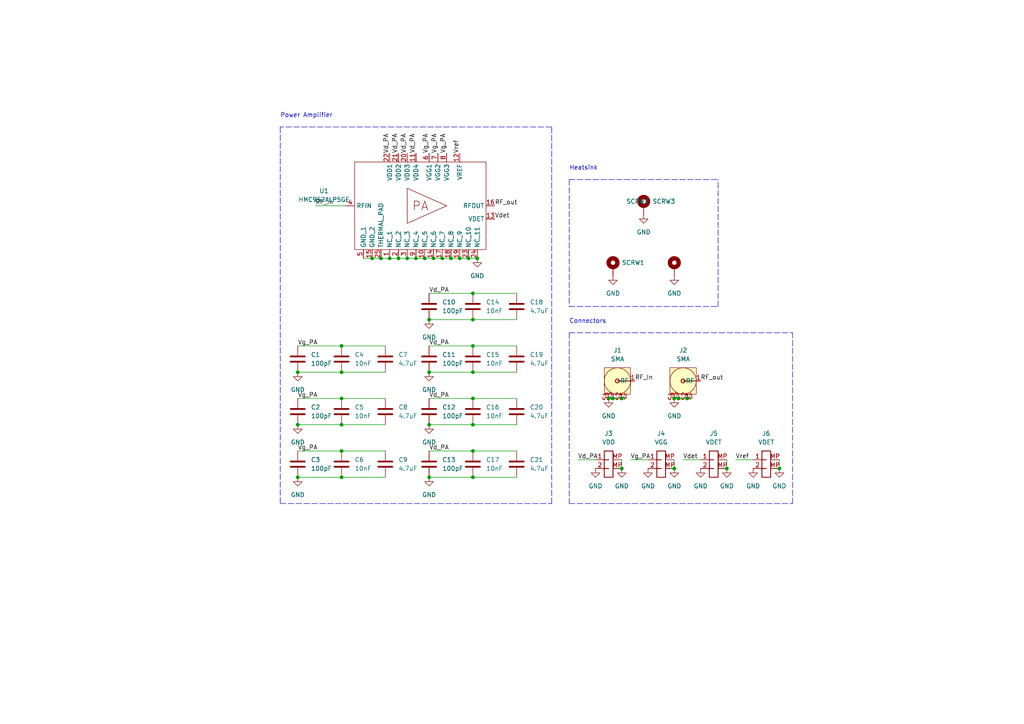
<source format=kicad_sch>
(kicad_sch (version 20211123) (generator eeschema)
  (paper "A4")
  (lib_symbols
    (symbol "Device:C" (pin_numbers hide) (pin_names (offset 0.254))
      (property "Reference" "C" (at 0.635 2.54 0))
      (property "Value" "C" (at 0.635 -2.54 0))
      (symbol "C_0_1"
        (polyline (pts (xy -2.032 -0.762) (xy 2.032 -0.762)) (stroke (width 0.508)))
        (polyline (pts (xy -2.032 0.762) (xy 2.032 0.762)) (stroke (width 0.508)))
      )
      (symbol "C_1_1"
        (pin passive line (at 0 3.81 270) (length 2.794) (name "~") (number "1"))
        (pin passive line (at 0 -3.81 90) (length 2.794) (name "~") (number "2"))
      )
    )
    (symbol "GGS_Connectors:Picoblade_2x1_H"
      (property "Reference" "12V1" (at 0 15.24 0))
      (property "Value" "MOLEX_52610271" (at 0 12.7 0))
      (symbol "Picoblade_2x1_H_0_1"
        (polyline (pts (xy 0 5.08) (xy -1.27 5.08)) (stroke (width 0.254)))
        (polyline (pts (xy 0 7.62) (xy -1.27 7.62)) (stroke (width 0.254)))
      )
      (symbol "Picoblade_2x1_H_1_0"
        (polyline (pts (xy -1.27 10.16) (xy 1.27 10.16) (xy 1.27 2.54) (xy -1.27 2.54) (xy -1.27 10.16)) (stroke (width 0.254)))
        (pin passive line (at -3.81 7.62 0) (length 2.54) (name "1") (number "1"))
        (pin passive line (at -3.81 5.08 0) (length 2.54) (name "2") (number "2"))
        (pin passive line (at 3.81 7.62 180) (length 2.54) (name "MH1") (number "MP"))
        (pin passive line (at 3.81 5.08 180) (length 2.54) (name "MH2") (number "MP"))
      )
    )
    (symbol "GGS_Connectors:SMA"
      (property "Reference" "J" (at 2.54 15.24 0))
      (property "Value" "SMA" (at 3.81 12.7 0))
      (symbol "SMA_0_1"
        (polyline (pts (xy 6.35 6.35) (xy 2.54 6.35)) (stroke (width 0.254)))
        (rectangle (start 2.54 10.16) (end 10.16 2.54) (fill (type background)))
        (circle (center 6.35 6.35) (radius 0.568) (stroke (width 0.254)))
        (circle (center 6.35 6.35) (radius 3.81))
      )
      (symbol "SMA_1_1"
        (pin bidirectional line (at 1.27 6.35 0) (length 1.27) (name "RF") (number "1"))
        (pin power_in line (at 3.81 1.27 90) (length 1.27) (name "") (number "S1"))
        (pin power_in line (at 5.08 1.27 90) (length 1.27) (name "") (number "S2"))
        (pin power_in line (at 7.62 1.27 90) (length 1.27) (name "") (number "S3"))
        (pin power_in line (at 8.89 1.27 90) (length 1.27) (name "") (number "S4"))
      )
    )
    (symbol "GGS_RF:HMC952ALP5GE"
      (property "Reference" "U" (at 0 0 0))
      (property "Value" "HMC952ALP5GE" (at 0 0 0))
      (symbol "HMC952ALP5GE_0_0"
        (rectangle (start -11.43 31.75) (end 26.67 6.35))
        (polyline (pts (xy 3.81 24.13) (xy 3.81 13.97) (xy 15.24 19.05) (xy 3.81 24.13)))
        (text "PA" (at 7.62 19.05 0) (effects (font (size 2.54 2.54))))
        (pin passive line (at -1.27 3.81 90) (length 2.54) (name "NC_1") (number "1"))
        (pin passive line (at 8.89 3.81 90) (length 2.54) (name "NC_5") (number "10"))
        (pin passive line (at 6.35 34.29 270) (length 2.54) (name "VDD4") (number "11"))
        (pin passive line (at 19.05 34.29 270) (length 2.54) (name "VREF") (number "12"))
        (pin passive line (at 29.21 15.24 180) (length 2.54) (name "VDET") (number "13"))
        (pin passive line (at 11.43 3.81 90) (length 2.54) (name "NC_6") (number "14"))
        (pin passive line (at -6.35 3.81 90) (length 2.54) (name "GND_2") (number "15"))
        (pin passive line (at 29.21 19.05 180) (length 2.54) (name "RFOUT") (number "16"))
        (pin passive line (at 13.97 3.81 90) (length 2.54) (name "NC_7") (number "17"))
        (pin passive line (at 16.51 3.81 90) (length 2.54) (name "NC_8") (number "18"))
        (pin passive line (at 19.05 3.81 90) (length 2.54) (name "NC_9") (number "19"))
        (pin passive line (at 1.27 3.81 90) (length 2.54) (name "NC_2") (number "2"))
        (pin passive line (at 3.81 34.29 270) (length 2.54) (name "VDD3") (number "20"))
        (pin passive line (at 1.27 34.29 270) (length 2.54) (name "VDD2") (number "21"))
        (pin passive line (at -1.27 34.29 270) (length 2.54) (name "VDD1") (number "22"))
        (pin passive line (at 21.59 3.81 90) (length 2.54) (name "NC_10") (number "23"))
        (pin passive line (at 24.13 3.81 90) (length 2.54) (name "NC_11") (number "24"))
        (pin passive line (at -3.81 3.81 90) (length 2.54) (name "THERMAL_PAD") (number "25"))
        (pin passive line (at 3.81 3.81 90) (length 2.54) (name "NC_3") (number "3"))
        (pin passive line (at -13.97 19.05 0) (length 2.54) (name "RFIN") (number "4"))
        (pin passive line (at -8.89 3.81 90) (length 2.54) (name "GND_1") (number "5"))
        (pin passive line (at 10.16 34.29 270) (length 2.54) (name "VGG1") (number "6"))
        (pin passive line (at 12.7 34.29 270) (length 2.54) (name "VGG2") (number "7"))
        (pin passive line (at 15.24 34.29 270) (length 2.54) (name "VGG3") (number "8"))
        (pin passive line (at 6.35 3.81 90) (length 2.54) (name "NC_4") (number "9"))
      )
    )
    (symbol "Mechanical:MountingHole_Pad" (pin_numbers hide) (pin_names (offset 1.016) hide)
      (property "Reference" "H" (at 0 6.35 0))
      (property "Value" "MountingHole_Pad" (at 0 4.445 0))
      (symbol "MountingHole_Pad_0_1"
        (circle (center 0 1.27) (radius 1.27) (stroke (width 1.27)))
      )
      (symbol "MountingHole_Pad_1_1"
        (pin input line (at 0 -2.54 90) (length 2.54) (name "1") (number "1"))
      )
    )
    (symbol "power:GND" (power) (pin_names (offset 0))
      (property "Value" "GND" (at 0 -3.81 0))
      (symbol "GND_0_1"
        (polyline (pts (xy 0 0) (xy 0 -1.27) (xy 1.27 -1.27) (xy 0 -2.54) (xy -1.27 -1.27) (xy 0 -1.27)))
      )
      (symbol "GND_1_1"
        (pin power_in line (at 0 0 270) (length 0) hide (name "GND") (number "1"))
      )
    )
  )
  (junction (at 123.19 74.93))
  (junction (at 118.11 74.93))
  (junction (at 86.36 138.43))
  (junction (at 99.06 107.95))
  (junction (at 176.53 115.57))
  (junction (at 113.03 74.93))
  (junction (at 199.39 115.57))
  (junction (at 210.82 135.89))
  (junction (at 124.46 138.43))
  (junction (at 195.58 135.89))
  (junction (at 86.36 123.19))
  (junction (at 128.27 74.93))
  (junction (at 99.06 115.57))
  (junction (at 99.06 123.19))
  (junction (at 135.89 74.93))
  (junction (at 180.34 115.57))
  (junction (at 137.16 123.19))
  (junction (at 110.49 74.93))
  (junction (at 107.95 74.93))
  (junction (at 86.36 107.95))
  (junction (at 137.16 92.71))
  (junction (at 99.06 138.43))
  (junction (at 137.16 115.57))
  (junction (at 124.46 107.95))
  (junction (at 137.16 138.43))
  (junction (at 124.46 92.71))
  (junction (at 124.46 123.19))
  (junction (at 177.8 115.57))
  (junction (at 120.65 74.93))
  (junction (at 133.35 74.93))
  (junction (at 137.16 107.95))
  (junction (at 99.06 130.81))
  (junction (at 137.16 100.33))
  (junction (at 99.06 100.33))
  (junction (at 137.16 130.81))
  (junction (at 115.57 74.93))
  (junction (at 125.73 74.93))
  (junction (at 138.43 74.93))
  (junction (at 180.34 135.89))
  (junction (at 195.58 115.57))
  (junction (at 130.81 74.93))
  (junction (at 137.16 85.09))
  (junction (at 226.06 135.89))
  (junction (at 196.85 115.57))
  (wire (pts (xy 133.35 74.93) (xy 135.89 74.93)))
  (wire (pts (xy 86.36 123.19) (xy 99.06 123.19)))
  (wire (pts (xy 99.06 123.19) (xy 111.76 123.19)))
  (polyline (pts (xy 165.1 96.52) (xy 229.87 96.52)))
  (polyline (pts (xy 165.1 96.52) (xy 165.1 146.05)))
  (wire (pts (xy 91.44 59.69) (xy 100.33 59.69)))
  (polyline (pts (xy 160.02 36.83) (xy 81.28 36.83)))
  (wire (pts (xy 177.8 115.57) (xy 180.34 115.57)))
  (wire (pts (xy 124.46 92.71) (xy 137.16 92.71)))
  (polyline (pts (xy 208.28 88.9) (xy 208.28 52.07)))
  (wire (pts (xy 130.81 74.93) (xy 133.35 74.93)))
  (wire (pts (xy 124.46 138.43) (xy 137.16 138.43)))
  (wire (pts (xy 124.46 130.81) (xy 137.16 130.81)))
  (wire (pts (xy 124.46 100.33) (xy 137.16 100.33)))
  (wire (pts (xy 137.16 92.71) (xy 149.86 92.71)))
  (wire (pts (xy 113.03 74.93) (xy 115.57 74.93)))
  (wire (pts (xy 135.89 74.93) (xy 138.43 74.93)))
  (wire (pts (xy 167.64 133.35) (xy 172.72 133.35)))
  (wire (pts (xy 198.12 133.35) (xy 203.2 133.35)))
  (polyline (pts (xy 165.1 88.9) (xy 208.28 88.9)))
  (wire (pts (xy 213.36 133.35) (xy 218.44 133.35)))
  (wire (pts (xy 99.06 115.57) (xy 111.76 115.57)))
  (wire (pts (xy 99.06 138.43) (xy 111.76 138.43)))
  (wire (pts (xy 199.39 115.57) (xy 200.66 115.57)))
  (polyline (pts (xy 81.28 36.83) (xy 81.28 146.05)))
  (wire (pts (xy 124.46 123.19) (xy 137.16 123.19)))
  (wire (pts (xy 210.82 133.35) (xy 210.82 135.89)))
  (wire (pts (xy 180.34 115.57) (xy 181.61 115.57)))
  (wire (pts (xy 86.36 107.95) (xy 99.06 107.95)))
  (wire (pts (xy 107.95 74.93) (xy 110.49 74.93)))
  (wire (pts (xy 137.16 123.19) (xy 149.86 123.19)))
  (wire (pts (xy 118.11 74.93) (xy 120.65 74.93)))
  (wire (pts (xy 124.46 85.09) (xy 137.16 85.09)))
  (wire (pts (xy 120.65 74.93) (xy 123.19 74.93)))
  (wire (pts (xy 137.16 115.57) (xy 149.86 115.57)))
  (wire (pts (xy 115.57 74.93) (xy 118.11 74.93)))
  (polyline (pts (xy 165.1 52.07) (xy 165.1 88.9)))
  (wire (pts (xy 137.16 138.43) (xy 149.86 138.43)))
  (wire (pts (xy 86.36 138.43) (xy 99.06 138.43)))
  (polyline (pts (xy 160.02 146.05) (xy 160.02 36.83)))
  (polyline (pts (xy 165.1 146.05) (xy 229.87 146.05)))
  (wire (pts (xy 125.73 74.93) (xy 128.27 74.93)))
  (wire (pts (xy 99.06 130.81) (xy 111.76 130.81)))
  (wire (pts (xy 99.06 107.95) (xy 111.76 107.95)))
  (wire (pts (xy 128.27 74.93) (xy 130.81 74.93)))
  (wire (pts (xy 137.16 100.33) (xy 149.86 100.33)))
  (wire (pts (xy 86.36 100.33) (xy 99.06 100.33)))
  (wire (pts (xy 124.46 115.57) (xy 137.16 115.57)))
  (wire (pts (xy 137.16 130.81) (xy 149.86 130.81)))
  (wire (pts (xy 196.85 115.57) (xy 199.39 115.57)))
  (polyline (pts (xy 165.1 52.07) (xy 208.28 52.07)))
  (polyline (pts (xy 229.87 146.05) (xy 229.87 96.52)))
  (wire (pts (xy 195.58 115.57) (xy 196.85 115.57)))
  (wire (pts (xy 226.06 133.35) (xy 226.06 135.89)))
  (wire (pts (xy 86.36 130.81) (xy 99.06 130.81)))
  (wire (pts (xy 99.06 100.33) (xy 111.76 100.33)))
  (wire (pts (xy 124.46 107.95) (xy 137.16 107.95)))
  (wire (pts (xy 137.16 107.95) (xy 149.86 107.95)))
  (wire (pts (xy 137.16 85.09) (xy 149.86 85.09)))
  (wire (pts (xy 123.19 74.93) (xy 125.73 74.93)))
  (wire (pts (xy 86.36 115.57) (xy 99.06 115.57)))
  (polyline (pts (xy 81.28 146.05) (xy 160.02 146.05)))
  (wire (pts (xy 182.88 133.35) (xy 187.96 133.35)))
  (wire (pts (xy 176.53 115.57) (xy 177.8 115.57)))
  (wire (pts (xy 180.34 133.35) (xy 180.34 135.89)))
  (wire (pts (xy 195.58 133.35) (xy 195.58 135.89)))
  (wire (pts (xy 105.41 74.93) (xy 107.95 74.93)))
  (wire (pts (xy 110.49 74.93) (xy 113.03 74.93)))
  (text "Connectors" (at 165.1 93.98 0) (effects (font (size 1.27 1.27)) (justify left bottom)))
  (text "Power Amplifier" (at 81.28 34.29 0) (effects (font (size 1.27 1.27)) (justify left bottom)))
  (text "Heatsink" (at 165.1 49.53 0) (effects (font (size 1.27 1.27)) (justify left bottom)))
  (label "Vd_PA" (at 113.03 44.45 90))
  (label "Vd_PA" (at 118.11 44.45 90))
  (label "Vg_PA" (at 86.36 130.81 0))
  (label "RF_out" (at 143.51 59.69 0))
  (label "Vd_PA" (at 124.46 130.81 0))
  (label "RF_In" (at 91.44 59.69 0))
  (label "Vg_PA" (at 182.88 133.35 0))
  (label "Vd_PA" (at 124.46 85.09 0))
  (label "RF_In" (at 184.15 110.49 0))
  (label "RF_out" (at 203.2 110.49 0))
  (label "Vg_PA" (at 127 44.45 90))
  (label "Vdet" (at 143.51 63.5 0))
  (label "Vg_PA" (at 124.46 44.45 90))
  (label "Vg_PA" (at 129.54 44.45 90))
  (label "Vg_PA" (at 86.36 100.33 0))
  (label "Vdet" (at 198.12 133.35 0))
  (label "Vd_PA" (at 167.64 133.35 0))
  (label "Vg_PA" (at 86.36 115.57 0))
  (label "Vd_PA" (at 115.57 44.45 90))
  (label "Vref" (at 133.35 44.45 90))
  (label "Vd_PA" (at 120.65 44.45 90))
  (label "Vd_PA" (at 124.46 115.57 0))
  (label "Vref" (at 213.36 133.35 0))
  (label "Vd_PA" (at 124.46 100.33 0))
  (symbol (lib_id "power:GND") (at 195.58 135.89 0) (unit 1)
    (property "Reference" "#PWR017" (effects hide))
    (property "Value" "GND" (at 195.58 140.97 0))
  )
  (symbol (lib_id "Device:C") (at 137.16 104.14 180) (unit 1)
    (property "Reference" "C15" (at 140.97 102.8699 0) (effects (justify right)))
    (property "Value" "10nF" (at 140.97 105.4099 0) (effects (justify right)))
    (property "Footprint" "Capacitor_SMD:C_0603_1608Metric" (effects hide))
  )
  (symbol (lib_id "Device:C") (at 99.06 104.14 180) (unit 1)
    (property "Reference" "C4" (at 102.87 102.8699 0) (effects (justify right)))
    (property "Value" "10nF" (at 102.87 105.4099 0) (effects (justify right)))
    (property "Footprint" "Capacitor_SMD:C_0603_1608Metric" (effects hide))
  )
  (symbol (lib_id "Device:C") (at 99.06 134.62 180) (unit 1)
    (property "Reference" "C6" (at 102.87 133.3499 0) (effects (justify right)))
    (property "Value" "10nF" (at 102.87 135.8899 0) (effects (justify right)))
    (property "Footprint" "Capacitor_SMD:C_0603_1608Metric" (effects hide))
  )
  (symbol (lib_id "Device:C") (at 149.86 134.62 180) (unit 1)
    (property "Reference" "C21" (at 153.67 133.3499 0) (effects (justify right)))
    (property "Value" "4.7uF" (at 153.67 135.8899 0) (effects (justify right)))
    (property "Footprint" "Capacitor_SMD:C_0805_2012Metric" (effects hide))
  )
  (symbol (lib_id "Mechanical:MountingHole_Pad") (at 186.69 59.69 0) (unit 1)
    (property "Reference" "SCRW3" (at 189.23 58.4199 0) (effects (justify left)))
    (property "Value" "MountingHole_Pad" (effects hide))
    (property "Footprint" "MountingHole:MountingHole_2.7mm_M2.5_ISO14580" (effects hide))
  )
  (symbol (lib_id "Device:C") (at 149.86 119.38 180) (unit 1)
    (property "Reference" "C20" (at 153.67 118.1099 0) (effects (justify right)))
    (property "Value" "4.7uF" (at 153.67 120.6499 0) (effects (justify right)))
    (property "Footprint" "Capacitor_SMD:C_0805_2012Metric" (effects hide))
  )
  (symbol (lib_id "Device:C") (at 111.76 119.38 180) (unit 1)
    (property "Reference" "C8" (at 115.57 118.1099 0) (effects (justify right)))
    (property "Value" "4.7uF" (at 115.57 120.6499 0) (effects (justify right)))
    (property "Footprint" "Capacitor_SMD:C_0805_2012Metric" (effects hide))
  )
  (symbol (lib_id "Device:C") (at 149.86 88.9 180) (unit 1)
    (property "Reference" "C18" (at 153.67 87.6299 0) (effects (justify right)))
    (property "Value" "4.7uF" (at 153.67 90.1699 0) (effects (justify right)))
    (property "Footprint" "Capacitor_SMD:C_0805_2012Metric" (effects hide))
  )
  (symbol (lib_id "power:GND") (at 86.36 107.95 0) (unit 1)
    (property "Reference" "#PWR01" (effects hide))
    (property "Value" "GND" (at 86.36 113.03 0))
  )
  (symbol (lib_id "Device:C") (at 124.46 88.9 180) (unit 1)
    (property "Reference" "C10" (at 128.27 87.6299 0) (effects (justify right)))
    (property "Value" "100pF" (at 128.27 90.1699 0) (effects (justify right)))
    (property "Footprint" "Capacitor_SMD:C_0402_1005Metric" (effects hide))
  )
  (symbol (lib_id "Device:C") (at 137.16 119.38 180) (unit 1)
    (property "Reference" "C16" (at 140.97 118.1099 0) (effects (justify right)))
    (property "Value" "10nF" (at 140.97 120.6499 0) (effects (justify right)))
    (property "Footprint" "Capacitor_SMD:C_0603_1608Metric" (effects hide))
  )
  (symbol (lib_id "Device:C") (at 137.16 88.9 180) (unit 1)
    (property "Reference" "C14" (at 140.97 87.6299 0) (effects (justify right)))
    (property "Value" "10nF" (at 140.97 90.1699 0) (effects (justify right)))
    (property "Footprint" "Capacitor_SMD:C_0603_1608Metric" (effects hide))
  )
  (symbol (lib_id "power:GND") (at 203.2 135.89 0) (unit 1)
    (property "Reference" "#PWR018" (effects hide))
    (property "Value" "GND" (at 203.2 140.97 0))
  )
  (symbol (lib_id "power:GND") (at 226.06 135.89 0) (unit 1)
    (property "Reference" "#PWR?" (effects hide))
    (property "Value" "GND" (at 226.06 140.97 0))
  )
  (symbol (lib_id "Device:C") (at 111.76 104.14 180) (unit 1)
    (property "Reference" "C7" (at 115.57 102.8699 0) (effects (justify right)))
    (property "Value" "4.7uF" (at 115.57 105.4099 0) (effects (justify right)))
    (property "Footprint" "Capacitor_SMD:C_0805_2012Metric" (effects hide))
  )
  (symbol (lib_id "power:GND") (at 210.82 135.89 0) (unit 1)
    (property "Reference" "#PWR019" (effects hide))
    (property "Value" "GND" (at 210.82 140.97 0))
  )
  (symbol (lib_id "GGS_Connectors:SMA") (at 204.47 116.84 0) (mirror y) (unit 1)
    (property "Reference" "J2" (at 198.1835 101.6 0))
    (property "Value" "SMA" (at 198.1835 104.14 0))
    (property "Footprint" "GGS_Connectors:LINX_CONSMA020.062-G" (effects hide))
  )
  (symbol (lib_id "GGS_RF:HMC952ALP5GE") (at 114.3 78.74 0) (unit 1)
    (property "Reference" "U1" (at 93.98 55.3593 0))
    (property "Value" "HMC952ALP5GE" (at 93.98 57.8993 0))
    (property "Footprint" "SamacSys_Footprints:QFN65P500X500X100-25N-D" (effects hide))
    (property "Datasheet" "http://www.analog.com/media/en/technical-documentation/data-sheets/HMC952A.pdf" (effects hide))
    (property "Description" "RF Amplifier 9-13.3GHz 2W POWER AMPLIFIER" (effects hide))
    (property "Height" "1" (effects hide))
    (property "Mouser Part Number" "584-HMC952ALP5GE" (effects hide))
    (property "Mouser Price/Stock" "https://www.mouser.co.uk/ProductDetail/Analog-Devices/HMC952ALP5GE?qs=JeIcUl65ClAgGw6K1kqpbg%3D%3D" (effects hide))
    (property "Manufacturer_Name" "Analog Devices" (effects hide))
    (property "Manufacturer_Part_Number" "HMC952ALP5GE" (effects hide))
  )
  (symbol (lib_id "power:GND") (at 86.36 123.19 0) (unit 1)
    (property "Reference" "#PWR02" (effects hide))
    (property "Value" "GND" (at 86.36 128.27 0))
  )
  (symbol (lib_id "power:GND") (at 195.58 80.01 0) (unit 1)
    (property "Reference" "#PWR011" (effects hide))
    (property "Value" "GND" (at 195.58 85.09 0))
  )
  (symbol (lib_id "power:GND") (at 124.46 107.95 0) (unit 1)
    (property "Reference" "#PWR05" (effects hide))
    (property "Value" "GND" (at 124.46 113.03 0))
  )
  (symbol (lib_id "GGS_Connectors:Picoblade_2x1_H") (at 222.25 140.97 0) (unit 1)
    (property "Reference" "J6" (at 222.25 125.73 0))
    (property "Value" "VDET" (at 222.25 128.27 0))
    (property "Footprint" "Connector_Molex:Molex_PicoBlade_53261-0271_1x02-1MP_P1.25mm_Horizontal" (effects hide))
    (property "SUPPLIER 1" "Farnell" (effects hide))
    (property "SUPPLIER PART NUMBER 1" "1125366" (effects hide))
  )
  (symbol (lib_id "Device:C") (at 86.36 134.62 180) (unit 1)
    (property "Reference" "C3" (at 90.17 133.3499 0) (effects (justify right)))
    (property "Value" "100pF" (at 90.17 135.8899 0) (effects (justify right)))
    (property "Footprint" "Capacitor_SMD:C_0402_1005Metric" (effects hide))
  )
  (symbol (lib_id "power:GND") (at 124.46 123.19 0) (unit 1)
    (property "Reference" "#PWR06" (effects hide))
    (property "Value" "GND" (at 124.46 128.27 0))
  )
  (symbol (lib_id "Device:C") (at 124.46 134.62 180) (unit 1)
    (property "Reference" "C13" (at 128.27 133.3499 0) (effects (justify right)))
    (property "Value" "100pF" (at 128.27 135.8899 0) (effects (justify right)))
    (property "Footprint" "Capacitor_SMD:C_0402_1005Metric" (effects hide))
  )
  (symbol (lib_id "power:GND") (at 172.72 135.89 0) (unit 1)
    (property "Reference" "#PWR014" (effects hide))
    (property "Value" "GND" (at 172.72 140.97 0))
  )
  (symbol (lib_id "GGS_Connectors:Picoblade_2x1_H") (at 176.53 140.97 0) (unit 1)
    (property "Reference" "J3" (at 176.53 125.73 0))
    (property "Value" "VDD" (at 176.53 128.27 0))
    (property "Footprint" "Connector_Molex:Molex_PicoBlade_53261-0271_1x02-1MP_P1.25mm_Horizontal" (effects hide))
    (property "SUPPLIER 1" "Farnell" (effects hide))
    (property "SUPPLIER PART NUMBER 1" "1125366" (effects hide))
  )
  (symbol (lib_id "power:GND") (at 186.69 62.23 0) (unit 1)
    (property "Reference" "#PWR013" (effects hide))
    (property "Value" "GND" (at 186.69 67.31 0))
  )
  (symbol (lib_id "Mechanical:MountingHole_Pad") (at 177.8 77.47 0) (unit 1)
    (property "Reference" "SCRW1" (at 180.34 76.1999 0) (effects (justify left)))
    (property "Value" "MountingHole_Pad" (effects hide))
    (property "Footprint" "MountingHole:MountingHole_2.7mm_M2.5_ISO14580" (effects hide))
  )
  (symbol (lib_id "power:GND") (at 86.36 138.43 0) (unit 1)
    (property "Reference" "#PWR03" (effects hide))
    (property "Value" "GND" (at 86.36 143.51 0))
  )
  (symbol (lib_id "Device:C") (at 86.36 104.14 180) (unit 1)
    (property "Reference" "C1" (at 90.17 102.8699 0) (effects (justify right)))
    (property "Value" "100pF" (at 90.17 105.4099 0) (effects (justify right)))
    (property "Footprint" "Capacitor_SMD:C_0402_1005Metric" (effects hide))
  )
  (symbol (lib_id "Device:C") (at 137.16 134.62 180) (unit 1)
    (property "Reference" "C17" (at 140.97 133.3499 0) (effects (justify right)))
    (property "Value" "10nF" (at 140.97 135.8899 0) (effects (justify right)))
    (property "Footprint" "Capacitor_SMD:C_0603_1608Metric" (effects hide))
  )
  (symbol (lib_id "power:GND") (at 124.46 138.43 0) (unit 1)
    (property "Reference" "#PWR07" (effects hide))
    (property "Value" "GND" (at 124.46 143.51 0))
  )
  (symbol (lib_id "power:GND") (at 177.8 80.01 0) (unit 1)
    (property "Reference" "#PWR09" (effects hide))
    (property "Value" "GND" (at 177.8 85.09 0))
  )
  (symbol (lib_id "power:GND") (at 180.34 135.89 0) (unit 1)
    (property "Reference" "#PWR015" (effects hide))
    (property "Value" "GND" (at 180.34 140.97 0))
  )
  (symbol (lib_id "Device:C") (at 124.46 104.14 180) (unit 1)
    (property "Reference" "C11" (at 128.27 102.8699 0) (effects (justify right)))
    (property "Value" "100pF" (at 128.27 105.4099 0) (effects (justify right)))
    (property "Footprint" "Capacitor_SMD:C_0402_1005Metric" (effects hide))
  )
  (symbol (lib_id "Device:C") (at 149.86 104.14 180) (unit 1)
    (property "Reference" "C19" (at 153.67 102.8699 0) (effects (justify right)))
    (property "Value" "4.7uF" (at 153.67 105.4099 0) (effects (justify right)))
    (property "Footprint" "Capacitor_SMD:C_0805_2012Metric" (effects hide))
  )
  (symbol (lib_id "power:GND") (at 187.96 135.89 0) (unit 1)
    (property "Reference" "#PWR016" (effects hide))
    (property "Value" "GND" (at 187.96 140.97 0))
  )
  (symbol (lib_id "Device:C") (at 86.36 119.38 180) (unit 1)
    (property "Reference" "C2" (at 90.17 118.1099 0) (effects (justify right)))
    (property "Value" "100pF" (at 90.17 120.6499 0) (effects (justify right)))
    (property "Footprint" "Capacitor_SMD:C_0402_1005Metric" (effects hide))
  )
  (symbol (lib_id "Device:C") (at 124.46 119.38 180) (unit 1)
    (property "Reference" "C12" (at 128.27 118.1099 0) (effects (justify right)))
    (property "Value" "100pF" (at 128.27 120.6499 0) (effects (justify right)))
    (property "Footprint" "Capacitor_SMD:C_0402_1005Metric" (effects hide))
  )
  (symbol (lib_id "power:GND") (at 176.53 115.57 0) (unit 1)
    (property "Reference" "#PWR010" (effects hide))
    (property "Value" "GND" (at 176.53 120.65 0))
  )
  (symbol (lib_id "power:GND") (at 124.46 92.71 0) (unit 1)
    (property "Reference" "#PWR04" (effects hide))
    (property "Value" "GND" (at 124.46 97.79 0))
  )
  (symbol (lib_id "GGS_Connectors:Picoblade_2x1_H") (at 191.77 140.97 0) (unit 1)
    (property "Reference" "J4" (at 191.77 125.73 0))
    (property "Value" "VGG" (at 191.77 128.27 0))
    (property "Footprint" "Connector_Molex:Molex_PicoBlade_53261-0271_1x02-1MP_P1.25mm_Horizontal" (effects hide))
    (property "SUPPLIER 1" "Farnell" (effects hide))
    (property "SUPPLIER PART NUMBER 1" "1125366" (effects hide))
  )
  (symbol (lib_id "Mechanical:MountingHole_Pad") (at 195.58 77.47 0) (unit 1)
    (property "Reference" "SCRW2" (at 181.61 58.4199 0) (effects (justify left)))
    (property "Value" "MountingHole_Pad" (effects hide))
    (property "Footprint" "MountingHole:MountingHole_2.7mm_M2.5_ISO14580" (effects hide))
  )
  (symbol (lib_id "GGS_Connectors:Picoblade_2x1_H") (at 207.01 140.97 0) (unit 1)
    (property "Reference" "J5" (at 207.01 125.73 0))
    (property "Value" "VDET" (at 207.01 128.27 0))
    (property "Footprint" "Connector_Molex:Molex_PicoBlade_53261-0271_1x02-1MP_P1.25mm_Horizontal" (effects hide))
    (property "SUPPLIER 1" "Farnell" (effects hide))
    (property "SUPPLIER PART NUMBER 1" "1125366" (effects hide))
  )
  (symbol (lib_id "Device:C") (at 99.06 119.38 180) (unit 1)
    (property "Reference" "C5" (at 102.87 118.1099 0) (effects (justify right)))
    (property "Value" "10nF" (at 102.87 120.6499 0) (effects (justify right)))
    (property "Footprint" "Capacitor_SMD:C_0603_1608Metric" (effects hide))
  )
  (symbol (lib_id "Device:C") (at 111.76 134.62 180) (unit 1)
    (property "Reference" "C9" (at 115.57 133.3499 0) (effects (justify right)))
    (property "Value" "4.7uF" (at 115.57 135.8899 0) (effects (justify right)))
    (property "Footprint" "Capacitor_SMD:C_0805_2012Metric" (effects hide))
  )
  (symbol (lib_id "power:GND") (at 195.58 115.57 0) (unit 1)
    (property "Reference" "#PWR012" (effects hide))
    (property "Value" "GND" (at 195.58 120.65 0))
  )
  (symbol (lib_id "GGS_Connectors:SMA") (at 185.42 116.84 0) (mirror y) (unit 1)
    (property "Reference" "J1" (at 179.1335 101.6 0))
    (property "Value" "SMA" (at 179.1335 104.14 0))
    (property "Footprint" "GGS_Connectors:LINX_CONSMA020.062-G" (effects hide))
  )
  (symbol (lib_id "power:GND") (at 218.44 135.89 0) (unit 1)
    (property "Reference" "#PWR?" (effects hide))
    (property "Value" "GND" (at 218.44 140.97 0))
  )
  (symbol (lib_id "power:GND") (at 138.43 74.93 0) (unit 1)
    (property "Reference" "#PWR08" (effects hide))
    (property "Value" "GND" (at 138.43 80.01 0))
  )
)
</source>
